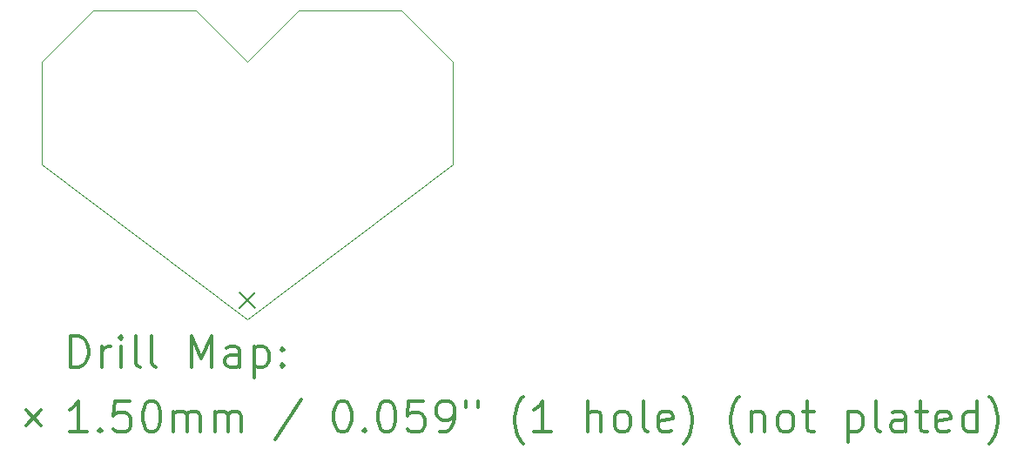
<source format=gbr>
%FSLAX45Y45*%
G04 Gerber Fmt 4.5, Leading zero omitted, Abs format (unit mm)*
G04 Created by KiCad (PCBNEW (5.1.8)-1) date 2020-11-26 18:41:46*
%MOMM*%
%LPD*%
G01*
G04 APERTURE LIST*
%TA.AperFunction,Profile*%
%ADD10C,0.050000*%
%TD*%
%ADD11C,0.200000*%
%ADD12C,0.300000*%
G04 APERTURE END LIST*
D10*
X18500000Y-7500000D02*
X18500000Y-8500000D01*
X16500000Y-10000000D02*
X18500000Y-8500000D01*
X14500000Y-8500000D02*
X16500000Y-10000000D01*
X14500000Y-8000000D02*
X14500000Y-8500000D01*
X14500000Y-7500000D02*
X15000000Y-7000000D01*
X14500000Y-8000000D02*
X14500000Y-7500000D01*
X18000000Y-7000000D02*
X18500000Y-7500000D01*
X17000000Y-7000000D02*
X18000000Y-7000000D01*
X16500000Y-7500000D02*
X17000000Y-7000000D01*
X16000000Y-7000000D02*
X16500000Y-7500000D01*
X15000000Y-7000000D02*
X16000000Y-7000000D01*
D11*
X16425000Y-9745000D02*
X16575000Y-9895000D01*
X16575000Y-9745000D02*
X16425000Y-9895000D01*
D12*
X14783928Y-10468214D02*
X14783928Y-10168214D01*
X14855357Y-10168214D01*
X14898214Y-10182500D01*
X14926786Y-10211072D01*
X14941071Y-10239643D01*
X14955357Y-10296786D01*
X14955357Y-10339643D01*
X14941071Y-10396786D01*
X14926786Y-10425357D01*
X14898214Y-10453929D01*
X14855357Y-10468214D01*
X14783928Y-10468214D01*
X15083928Y-10468214D02*
X15083928Y-10268214D01*
X15083928Y-10325357D02*
X15098214Y-10296786D01*
X15112500Y-10282500D01*
X15141071Y-10268214D01*
X15169643Y-10268214D01*
X15269643Y-10468214D02*
X15269643Y-10268214D01*
X15269643Y-10168214D02*
X15255357Y-10182500D01*
X15269643Y-10196786D01*
X15283928Y-10182500D01*
X15269643Y-10168214D01*
X15269643Y-10196786D01*
X15455357Y-10468214D02*
X15426786Y-10453929D01*
X15412500Y-10425357D01*
X15412500Y-10168214D01*
X15612500Y-10468214D02*
X15583928Y-10453929D01*
X15569643Y-10425357D01*
X15569643Y-10168214D01*
X15955357Y-10468214D02*
X15955357Y-10168214D01*
X16055357Y-10382500D01*
X16155357Y-10168214D01*
X16155357Y-10468214D01*
X16426786Y-10468214D02*
X16426786Y-10311072D01*
X16412500Y-10282500D01*
X16383928Y-10268214D01*
X16326786Y-10268214D01*
X16298214Y-10282500D01*
X16426786Y-10453929D02*
X16398214Y-10468214D01*
X16326786Y-10468214D01*
X16298214Y-10453929D01*
X16283928Y-10425357D01*
X16283928Y-10396786D01*
X16298214Y-10368214D01*
X16326786Y-10353929D01*
X16398214Y-10353929D01*
X16426786Y-10339643D01*
X16569643Y-10268214D02*
X16569643Y-10568214D01*
X16569643Y-10282500D02*
X16598214Y-10268214D01*
X16655357Y-10268214D01*
X16683928Y-10282500D01*
X16698214Y-10296786D01*
X16712500Y-10325357D01*
X16712500Y-10411072D01*
X16698214Y-10439643D01*
X16683928Y-10453929D01*
X16655357Y-10468214D01*
X16598214Y-10468214D01*
X16569643Y-10453929D01*
X16841071Y-10439643D02*
X16855357Y-10453929D01*
X16841071Y-10468214D01*
X16826786Y-10453929D01*
X16841071Y-10439643D01*
X16841071Y-10468214D01*
X16841071Y-10282500D02*
X16855357Y-10296786D01*
X16841071Y-10311072D01*
X16826786Y-10296786D01*
X16841071Y-10282500D01*
X16841071Y-10311072D01*
X14347500Y-10887500D02*
X14497500Y-11037500D01*
X14497500Y-10887500D02*
X14347500Y-11037500D01*
X14941071Y-11098214D02*
X14769643Y-11098214D01*
X14855357Y-11098214D02*
X14855357Y-10798214D01*
X14826786Y-10841072D01*
X14798214Y-10869643D01*
X14769643Y-10883929D01*
X15069643Y-11069643D02*
X15083928Y-11083929D01*
X15069643Y-11098214D01*
X15055357Y-11083929D01*
X15069643Y-11069643D01*
X15069643Y-11098214D01*
X15355357Y-10798214D02*
X15212500Y-10798214D01*
X15198214Y-10941072D01*
X15212500Y-10926786D01*
X15241071Y-10912500D01*
X15312500Y-10912500D01*
X15341071Y-10926786D01*
X15355357Y-10941072D01*
X15369643Y-10969643D01*
X15369643Y-11041072D01*
X15355357Y-11069643D01*
X15341071Y-11083929D01*
X15312500Y-11098214D01*
X15241071Y-11098214D01*
X15212500Y-11083929D01*
X15198214Y-11069643D01*
X15555357Y-10798214D02*
X15583928Y-10798214D01*
X15612500Y-10812500D01*
X15626786Y-10826786D01*
X15641071Y-10855357D01*
X15655357Y-10912500D01*
X15655357Y-10983929D01*
X15641071Y-11041072D01*
X15626786Y-11069643D01*
X15612500Y-11083929D01*
X15583928Y-11098214D01*
X15555357Y-11098214D01*
X15526786Y-11083929D01*
X15512500Y-11069643D01*
X15498214Y-11041072D01*
X15483928Y-10983929D01*
X15483928Y-10912500D01*
X15498214Y-10855357D01*
X15512500Y-10826786D01*
X15526786Y-10812500D01*
X15555357Y-10798214D01*
X15783928Y-11098214D02*
X15783928Y-10898214D01*
X15783928Y-10926786D02*
X15798214Y-10912500D01*
X15826786Y-10898214D01*
X15869643Y-10898214D01*
X15898214Y-10912500D01*
X15912500Y-10941072D01*
X15912500Y-11098214D01*
X15912500Y-10941072D02*
X15926786Y-10912500D01*
X15955357Y-10898214D01*
X15998214Y-10898214D01*
X16026786Y-10912500D01*
X16041071Y-10941072D01*
X16041071Y-11098214D01*
X16183928Y-11098214D02*
X16183928Y-10898214D01*
X16183928Y-10926786D02*
X16198214Y-10912500D01*
X16226786Y-10898214D01*
X16269643Y-10898214D01*
X16298214Y-10912500D01*
X16312500Y-10941072D01*
X16312500Y-11098214D01*
X16312500Y-10941072D02*
X16326786Y-10912500D01*
X16355357Y-10898214D01*
X16398214Y-10898214D01*
X16426786Y-10912500D01*
X16441071Y-10941072D01*
X16441071Y-11098214D01*
X17026786Y-10783929D02*
X16769643Y-11169643D01*
X17412500Y-10798214D02*
X17441071Y-10798214D01*
X17469643Y-10812500D01*
X17483928Y-10826786D01*
X17498214Y-10855357D01*
X17512500Y-10912500D01*
X17512500Y-10983929D01*
X17498214Y-11041072D01*
X17483928Y-11069643D01*
X17469643Y-11083929D01*
X17441071Y-11098214D01*
X17412500Y-11098214D01*
X17383928Y-11083929D01*
X17369643Y-11069643D01*
X17355357Y-11041072D01*
X17341071Y-10983929D01*
X17341071Y-10912500D01*
X17355357Y-10855357D01*
X17369643Y-10826786D01*
X17383928Y-10812500D01*
X17412500Y-10798214D01*
X17641071Y-11069643D02*
X17655357Y-11083929D01*
X17641071Y-11098214D01*
X17626786Y-11083929D01*
X17641071Y-11069643D01*
X17641071Y-11098214D01*
X17841071Y-10798214D02*
X17869643Y-10798214D01*
X17898214Y-10812500D01*
X17912500Y-10826786D01*
X17926786Y-10855357D01*
X17941071Y-10912500D01*
X17941071Y-10983929D01*
X17926786Y-11041072D01*
X17912500Y-11069643D01*
X17898214Y-11083929D01*
X17869643Y-11098214D01*
X17841071Y-11098214D01*
X17812500Y-11083929D01*
X17798214Y-11069643D01*
X17783928Y-11041072D01*
X17769643Y-10983929D01*
X17769643Y-10912500D01*
X17783928Y-10855357D01*
X17798214Y-10826786D01*
X17812500Y-10812500D01*
X17841071Y-10798214D01*
X18212500Y-10798214D02*
X18069643Y-10798214D01*
X18055357Y-10941072D01*
X18069643Y-10926786D01*
X18098214Y-10912500D01*
X18169643Y-10912500D01*
X18198214Y-10926786D01*
X18212500Y-10941072D01*
X18226786Y-10969643D01*
X18226786Y-11041072D01*
X18212500Y-11069643D01*
X18198214Y-11083929D01*
X18169643Y-11098214D01*
X18098214Y-11098214D01*
X18069643Y-11083929D01*
X18055357Y-11069643D01*
X18369643Y-11098214D02*
X18426786Y-11098214D01*
X18455357Y-11083929D01*
X18469643Y-11069643D01*
X18498214Y-11026786D01*
X18512500Y-10969643D01*
X18512500Y-10855357D01*
X18498214Y-10826786D01*
X18483928Y-10812500D01*
X18455357Y-10798214D01*
X18398214Y-10798214D01*
X18369643Y-10812500D01*
X18355357Y-10826786D01*
X18341071Y-10855357D01*
X18341071Y-10926786D01*
X18355357Y-10955357D01*
X18369643Y-10969643D01*
X18398214Y-10983929D01*
X18455357Y-10983929D01*
X18483928Y-10969643D01*
X18498214Y-10955357D01*
X18512500Y-10926786D01*
X18626786Y-10798214D02*
X18626786Y-10855357D01*
X18741071Y-10798214D02*
X18741071Y-10855357D01*
X19183928Y-11212500D02*
X19169643Y-11198214D01*
X19141071Y-11155357D01*
X19126786Y-11126786D01*
X19112500Y-11083929D01*
X19098214Y-11012500D01*
X19098214Y-10955357D01*
X19112500Y-10883929D01*
X19126786Y-10841072D01*
X19141071Y-10812500D01*
X19169643Y-10769643D01*
X19183928Y-10755357D01*
X19455357Y-11098214D02*
X19283928Y-11098214D01*
X19369643Y-11098214D02*
X19369643Y-10798214D01*
X19341071Y-10841072D01*
X19312500Y-10869643D01*
X19283928Y-10883929D01*
X19812500Y-11098214D02*
X19812500Y-10798214D01*
X19941071Y-11098214D02*
X19941071Y-10941072D01*
X19926786Y-10912500D01*
X19898214Y-10898214D01*
X19855357Y-10898214D01*
X19826786Y-10912500D01*
X19812500Y-10926786D01*
X20126786Y-11098214D02*
X20098214Y-11083929D01*
X20083928Y-11069643D01*
X20069643Y-11041072D01*
X20069643Y-10955357D01*
X20083928Y-10926786D01*
X20098214Y-10912500D01*
X20126786Y-10898214D01*
X20169643Y-10898214D01*
X20198214Y-10912500D01*
X20212500Y-10926786D01*
X20226786Y-10955357D01*
X20226786Y-11041072D01*
X20212500Y-11069643D01*
X20198214Y-11083929D01*
X20169643Y-11098214D01*
X20126786Y-11098214D01*
X20398214Y-11098214D02*
X20369643Y-11083929D01*
X20355357Y-11055357D01*
X20355357Y-10798214D01*
X20626786Y-11083929D02*
X20598214Y-11098214D01*
X20541071Y-11098214D01*
X20512500Y-11083929D01*
X20498214Y-11055357D01*
X20498214Y-10941072D01*
X20512500Y-10912500D01*
X20541071Y-10898214D01*
X20598214Y-10898214D01*
X20626786Y-10912500D01*
X20641071Y-10941072D01*
X20641071Y-10969643D01*
X20498214Y-10998214D01*
X20741071Y-11212500D02*
X20755357Y-11198214D01*
X20783928Y-11155357D01*
X20798214Y-11126786D01*
X20812500Y-11083929D01*
X20826786Y-11012500D01*
X20826786Y-10955357D01*
X20812500Y-10883929D01*
X20798214Y-10841072D01*
X20783928Y-10812500D01*
X20755357Y-10769643D01*
X20741071Y-10755357D01*
X21283928Y-11212500D02*
X21269643Y-11198214D01*
X21241071Y-11155357D01*
X21226786Y-11126786D01*
X21212500Y-11083929D01*
X21198214Y-11012500D01*
X21198214Y-10955357D01*
X21212500Y-10883929D01*
X21226786Y-10841072D01*
X21241071Y-10812500D01*
X21269643Y-10769643D01*
X21283928Y-10755357D01*
X21398214Y-10898214D02*
X21398214Y-11098214D01*
X21398214Y-10926786D02*
X21412500Y-10912500D01*
X21441071Y-10898214D01*
X21483928Y-10898214D01*
X21512500Y-10912500D01*
X21526786Y-10941072D01*
X21526786Y-11098214D01*
X21712500Y-11098214D02*
X21683928Y-11083929D01*
X21669643Y-11069643D01*
X21655357Y-11041072D01*
X21655357Y-10955357D01*
X21669643Y-10926786D01*
X21683928Y-10912500D01*
X21712500Y-10898214D01*
X21755357Y-10898214D01*
X21783928Y-10912500D01*
X21798214Y-10926786D01*
X21812500Y-10955357D01*
X21812500Y-11041072D01*
X21798214Y-11069643D01*
X21783928Y-11083929D01*
X21755357Y-11098214D01*
X21712500Y-11098214D01*
X21898214Y-10898214D02*
X22012500Y-10898214D01*
X21941071Y-10798214D02*
X21941071Y-11055357D01*
X21955357Y-11083929D01*
X21983928Y-11098214D01*
X22012500Y-11098214D01*
X22341071Y-10898214D02*
X22341071Y-11198214D01*
X22341071Y-10912500D02*
X22369643Y-10898214D01*
X22426786Y-10898214D01*
X22455357Y-10912500D01*
X22469643Y-10926786D01*
X22483928Y-10955357D01*
X22483928Y-11041072D01*
X22469643Y-11069643D01*
X22455357Y-11083929D01*
X22426786Y-11098214D01*
X22369643Y-11098214D01*
X22341071Y-11083929D01*
X22655357Y-11098214D02*
X22626786Y-11083929D01*
X22612500Y-11055357D01*
X22612500Y-10798214D01*
X22898214Y-11098214D02*
X22898214Y-10941072D01*
X22883928Y-10912500D01*
X22855357Y-10898214D01*
X22798214Y-10898214D01*
X22769643Y-10912500D01*
X22898214Y-11083929D02*
X22869643Y-11098214D01*
X22798214Y-11098214D01*
X22769643Y-11083929D01*
X22755357Y-11055357D01*
X22755357Y-11026786D01*
X22769643Y-10998214D01*
X22798214Y-10983929D01*
X22869643Y-10983929D01*
X22898214Y-10969643D01*
X22998214Y-10898214D02*
X23112500Y-10898214D01*
X23041071Y-10798214D02*
X23041071Y-11055357D01*
X23055357Y-11083929D01*
X23083928Y-11098214D01*
X23112500Y-11098214D01*
X23326786Y-11083929D02*
X23298214Y-11098214D01*
X23241071Y-11098214D01*
X23212500Y-11083929D01*
X23198214Y-11055357D01*
X23198214Y-10941072D01*
X23212500Y-10912500D01*
X23241071Y-10898214D01*
X23298214Y-10898214D01*
X23326786Y-10912500D01*
X23341071Y-10941072D01*
X23341071Y-10969643D01*
X23198214Y-10998214D01*
X23598214Y-11098214D02*
X23598214Y-10798214D01*
X23598214Y-11083929D02*
X23569643Y-11098214D01*
X23512500Y-11098214D01*
X23483928Y-11083929D01*
X23469643Y-11069643D01*
X23455357Y-11041072D01*
X23455357Y-10955357D01*
X23469643Y-10926786D01*
X23483928Y-10912500D01*
X23512500Y-10898214D01*
X23569643Y-10898214D01*
X23598214Y-10912500D01*
X23712500Y-11212500D02*
X23726786Y-11198214D01*
X23755357Y-11155357D01*
X23769643Y-11126786D01*
X23783928Y-11083929D01*
X23798214Y-11012500D01*
X23798214Y-10955357D01*
X23783928Y-10883929D01*
X23769643Y-10841072D01*
X23755357Y-10812500D01*
X23726786Y-10769643D01*
X23712500Y-10755357D01*
M02*

</source>
